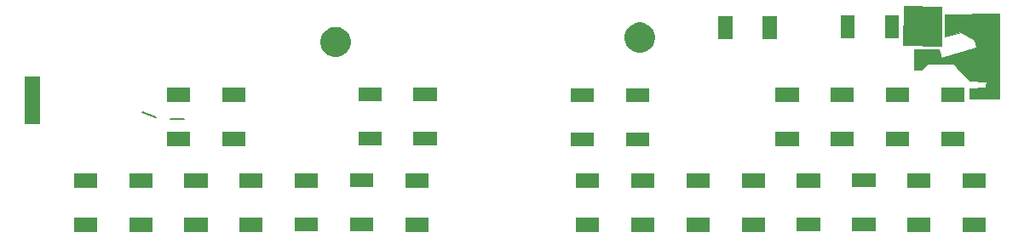
<source format=gts>
G04 #@! TF.GenerationSoftware,KiCad,Pcbnew,5.1.4-e60b266~84~ubuntu16.04.1*
G04 #@! TF.CreationDate,2019-10-21T03:29:48-05:00*
G04 #@! TF.ProjectId,Quantum MCP4262-502 25x expansion flex for GWAAM-Sea Aid with U7 expansion cutout,5175616e-7475-46d2-904d-435034323632,rev?*
G04 #@! TF.SameCoordinates,Original*
G04 #@! TF.FileFunction,Soldermask,Top*
G04 #@! TF.FilePolarity,Negative*
%FSLAX46Y46*%
G04 Gerber Fmt 4.6, Leading zero omitted, Abs format (unit mm)*
G04 Created by KiCad (PCBNEW 5.1.4-e60b266~84~ubuntu16.04.1) date 2019-10-21 03:29:48*
%MOMM*%
%LPD*%
G04 APERTURE LIST*
%ADD10C,0.100000*%
%ADD11C,0.210000*%
G04 APERTURE END LIST*
D10*
G36*
X162260280Y-98005900D02*
G01*
X162219640Y-101922580D01*
X158465520Y-101861620D01*
X158485840Y-97985580D01*
X162260280Y-98005900D01*
G37*
X162260280Y-98005900D02*
X162219640Y-101922580D01*
X158465520Y-101861620D01*
X158485840Y-97985580D01*
X162260280Y-98005900D01*
G36*
X168023540Y-107188000D02*
G01*
X164990780Y-107162600D01*
X164994273Y-106131995D01*
X166674642Y-106115168D01*
X166756239Y-105446513D01*
X165066980Y-105412540D01*
X164622480Y-104968040D01*
X163456620Y-103738680D01*
X160878520Y-103738680D01*
X160248600Y-104287320D01*
X159519620Y-104307640D01*
X159522160Y-102252780D01*
X162011360Y-102247700D01*
X162239960Y-103088440D01*
X165729920Y-102135940D01*
X165524180Y-101320600D01*
X164155120Y-100599240D01*
X162582860Y-100977700D01*
X162614584Y-98804854D01*
X168029242Y-98730497D01*
X168023540Y-107188000D01*
G37*
X168023540Y-107188000D02*
X164990780Y-107162600D01*
X164994273Y-106131995D01*
X166674642Y-106115168D01*
X166756239Y-105446513D01*
X165066980Y-105412540D01*
X164622480Y-104968040D01*
X163456620Y-103738680D01*
X160878520Y-103738680D01*
X160248600Y-104287320D01*
X159519620Y-104307640D01*
X159522160Y-102252780D01*
X162011360Y-102247700D01*
X162239960Y-103088440D01*
X165729920Y-102135940D01*
X165524180Y-101320600D01*
X164155120Y-100599240D01*
X162582860Y-100977700D01*
X162614584Y-98804854D01*
X168029242Y-98730497D01*
X168023540Y-107188000D01*
D11*
X82854800Y-108562140D02*
X84142580Y-109024420D01*
X85607717Y-109231315D02*
X87002177Y-109231315D01*
D10*
G36*
X128210960Y-120446120D02*
G01*
X125910960Y-120446120D01*
X125910960Y-119046120D01*
X128210960Y-119046120D01*
X128210960Y-120446120D01*
X128210960Y-120446120D01*
G37*
G36*
X78312660Y-120446120D02*
G01*
X76012660Y-120446120D01*
X76012660Y-119046120D01*
X78312660Y-119046120D01*
X78312660Y-120446120D01*
X78312660Y-120446120D01*
G37*
G36*
X133707520Y-120443580D02*
G01*
X131407520Y-120443580D01*
X131407520Y-119043580D01*
X133707520Y-119043580D01*
X133707520Y-120443580D01*
X133707520Y-120443580D01*
G37*
G36*
X83809220Y-120443580D02*
G01*
X81509220Y-120443580D01*
X81509220Y-119043580D01*
X83809220Y-119043580D01*
X83809220Y-120443580D01*
X83809220Y-120443580D01*
G37*
G36*
X89298160Y-120435960D02*
G01*
X86998160Y-120435960D01*
X86998160Y-119035960D01*
X89298160Y-119035960D01*
X89298160Y-120435960D01*
X89298160Y-120435960D01*
G37*
G36*
X139196460Y-120435960D02*
G01*
X136896460Y-120435960D01*
X136896460Y-119035960D01*
X139196460Y-119035960D01*
X139196460Y-120435960D01*
X139196460Y-120435960D01*
G37*
G36*
X94794720Y-120433420D02*
G01*
X92494720Y-120433420D01*
X92494720Y-119033420D01*
X94794720Y-119033420D01*
X94794720Y-120433420D01*
X94794720Y-120433420D01*
G37*
G36*
X144693020Y-120433420D02*
G01*
X142393020Y-120433420D01*
X142393020Y-119033420D01*
X144693020Y-119033420D01*
X144693020Y-120433420D01*
X144693020Y-120433420D01*
G37*
G36*
X161177620Y-120428340D02*
G01*
X158877620Y-120428340D01*
X158877620Y-119028340D01*
X161177620Y-119028340D01*
X161177620Y-120428340D01*
X161177620Y-120428340D01*
G37*
G36*
X111279320Y-120428340D02*
G01*
X108979320Y-120428340D01*
X108979320Y-119028340D01*
X111279320Y-119028340D01*
X111279320Y-120428340D01*
X111279320Y-120428340D01*
G37*
G36*
X166674180Y-120425800D02*
G01*
X164374180Y-120425800D01*
X164374180Y-119025800D01*
X166674180Y-119025800D01*
X166674180Y-120425800D01*
X166674180Y-120425800D01*
G37*
G36*
X100283660Y-120423260D02*
G01*
X97983660Y-120423260D01*
X97983660Y-119023260D01*
X100283660Y-119023260D01*
X100283660Y-120423260D01*
X100283660Y-120423260D01*
G37*
G36*
X150181960Y-120423260D02*
G01*
X147881960Y-120423260D01*
X147881960Y-119023260D01*
X150181960Y-119023260D01*
X150181960Y-120423260D01*
X150181960Y-120423260D01*
G37*
G36*
X105780220Y-120420720D02*
G01*
X103480220Y-120420720D01*
X103480220Y-119020720D01*
X105780220Y-119020720D01*
X105780220Y-120420720D01*
X105780220Y-120420720D01*
G37*
G36*
X155678520Y-120420720D02*
G01*
X153378520Y-120420720D01*
X153378520Y-119020720D01*
X155678520Y-119020720D01*
X155678520Y-120420720D01*
X155678520Y-120420720D01*
G37*
G36*
X78312660Y-116046120D02*
G01*
X76012660Y-116046120D01*
X76012660Y-114646120D01*
X78312660Y-114646120D01*
X78312660Y-116046120D01*
X78312660Y-116046120D01*
G37*
G36*
X128210960Y-116046120D02*
G01*
X125910960Y-116046120D01*
X125910960Y-114646120D01*
X128210960Y-114646120D01*
X128210960Y-116046120D01*
X128210960Y-116046120D01*
G37*
G36*
X83809220Y-116043580D02*
G01*
X81509220Y-116043580D01*
X81509220Y-114643580D01*
X83809220Y-114643580D01*
X83809220Y-116043580D01*
X83809220Y-116043580D01*
G37*
G36*
X133707520Y-116043580D02*
G01*
X131407520Y-116043580D01*
X131407520Y-114643580D01*
X133707520Y-114643580D01*
X133707520Y-116043580D01*
X133707520Y-116043580D01*
G37*
G36*
X139196460Y-116035960D02*
G01*
X136896460Y-116035960D01*
X136896460Y-114635960D01*
X139196460Y-114635960D01*
X139196460Y-116035960D01*
X139196460Y-116035960D01*
G37*
G36*
X89298160Y-116035960D02*
G01*
X86998160Y-116035960D01*
X86998160Y-114635960D01*
X89298160Y-114635960D01*
X89298160Y-116035960D01*
X89298160Y-116035960D01*
G37*
G36*
X144693020Y-116033420D02*
G01*
X142393020Y-116033420D01*
X142393020Y-114633420D01*
X144693020Y-114633420D01*
X144693020Y-116033420D01*
X144693020Y-116033420D01*
G37*
G36*
X94794720Y-116033420D02*
G01*
X92494720Y-116033420D01*
X92494720Y-114633420D01*
X94794720Y-114633420D01*
X94794720Y-116033420D01*
X94794720Y-116033420D01*
G37*
G36*
X161177620Y-116028340D02*
G01*
X158877620Y-116028340D01*
X158877620Y-114628340D01*
X161177620Y-114628340D01*
X161177620Y-116028340D01*
X161177620Y-116028340D01*
G37*
G36*
X111279320Y-116028340D02*
G01*
X108979320Y-116028340D01*
X108979320Y-114628340D01*
X111279320Y-114628340D01*
X111279320Y-116028340D01*
X111279320Y-116028340D01*
G37*
G36*
X166674180Y-116025800D02*
G01*
X164374180Y-116025800D01*
X164374180Y-114625800D01*
X166674180Y-114625800D01*
X166674180Y-116025800D01*
X166674180Y-116025800D01*
G37*
G36*
X100283660Y-116023260D02*
G01*
X97983660Y-116023260D01*
X97983660Y-114623260D01*
X100283660Y-114623260D01*
X100283660Y-116023260D01*
X100283660Y-116023260D01*
G37*
G36*
X150181960Y-116023260D02*
G01*
X147881960Y-116023260D01*
X147881960Y-114623260D01*
X150181960Y-114623260D01*
X150181960Y-116023260D01*
X150181960Y-116023260D01*
G37*
G36*
X155678520Y-116020720D02*
G01*
X153378520Y-116020720D01*
X153378520Y-114620720D01*
X155678520Y-114620720D01*
X155678520Y-116020720D01*
X155678520Y-116020720D01*
G37*
G36*
X105780220Y-116020720D02*
G01*
X103480220Y-116020720D01*
X103480220Y-114620720D01*
X105780220Y-114620720D01*
X105780220Y-116020720D01*
X105780220Y-116020720D01*
G37*
G36*
X127692800Y-111934580D02*
G01*
X125392800Y-111934580D01*
X125392800Y-110534580D01*
X127692800Y-110534580D01*
X127692800Y-111934580D01*
X127692800Y-111934580D01*
G37*
G36*
X133189360Y-111932040D02*
G01*
X130889360Y-111932040D01*
X130889360Y-110532040D01*
X133189360Y-110532040D01*
X133189360Y-111932040D01*
X133189360Y-111932040D01*
G37*
G36*
X87570960Y-111899020D02*
G01*
X85270960Y-111899020D01*
X85270960Y-110499020D01*
X87570960Y-110499020D01*
X87570960Y-111899020D01*
X87570960Y-111899020D01*
G37*
G36*
X93067520Y-111896480D02*
G01*
X90767520Y-111896480D01*
X90767520Y-110496480D01*
X93067520Y-110496480D01*
X93067520Y-111896480D01*
X93067520Y-111896480D01*
G37*
G36*
X148061060Y-111896480D02*
G01*
X145761060Y-111896480D01*
X145761060Y-110496480D01*
X148061060Y-110496480D01*
X148061060Y-111896480D01*
X148061060Y-111896480D01*
G37*
G36*
X153557620Y-111893940D02*
G01*
X151257620Y-111893940D01*
X151257620Y-110493940D01*
X153557620Y-110493940D01*
X153557620Y-111893940D01*
X153557620Y-111893940D01*
G37*
G36*
X159046560Y-111883780D02*
G01*
X156746560Y-111883780D01*
X156746560Y-110483780D01*
X159046560Y-110483780D01*
X159046560Y-111883780D01*
X159046560Y-111883780D01*
G37*
G36*
X164543120Y-111881240D02*
G01*
X162243120Y-111881240D01*
X162243120Y-110481240D01*
X164543120Y-110481240D01*
X164543120Y-111881240D01*
X164543120Y-111881240D01*
G37*
G36*
X106582860Y-111845680D02*
G01*
X104282860Y-111845680D01*
X104282860Y-110445680D01*
X106582860Y-110445680D01*
X106582860Y-111845680D01*
X106582860Y-111845680D01*
G37*
G36*
X112079420Y-111843140D02*
G01*
X109779420Y-111843140D01*
X109779420Y-110443140D01*
X112079420Y-110443140D01*
X112079420Y-111843140D01*
X112079420Y-111843140D01*
G37*
G36*
X72654860Y-109756720D02*
G01*
X71154860Y-109756720D01*
X71154860Y-104956720D01*
X72654860Y-104956720D01*
X72654860Y-109756720D01*
X72654860Y-109756720D01*
G37*
G36*
X127692800Y-107534580D02*
G01*
X125392800Y-107534580D01*
X125392800Y-106134580D01*
X127692800Y-106134580D01*
X127692800Y-107534580D01*
X127692800Y-107534580D01*
G37*
G36*
X133189360Y-107532040D02*
G01*
X130889360Y-107532040D01*
X130889360Y-106132040D01*
X133189360Y-106132040D01*
X133189360Y-107532040D01*
X133189360Y-107532040D01*
G37*
G36*
X87570960Y-107499020D02*
G01*
X85270960Y-107499020D01*
X85270960Y-106099020D01*
X87570960Y-106099020D01*
X87570960Y-107499020D01*
X87570960Y-107499020D01*
G37*
G36*
X93067520Y-107496480D02*
G01*
X90767520Y-107496480D01*
X90767520Y-106096480D01*
X93067520Y-106096480D01*
X93067520Y-107496480D01*
X93067520Y-107496480D01*
G37*
G36*
X148061060Y-107496480D02*
G01*
X145761060Y-107496480D01*
X145761060Y-106096480D01*
X148061060Y-106096480D01*
X148061060Y-107496480D01*
X148061060Y-107496480D01*
G37*
G36*
X153557620Y-107493940D02*
G01*
X151257620Y-107493940D01*
X151257620Y-106093940D01*
X153557620Y-106093940D01*
X153557620Y-107493940D01*
X153557620Y-107493940D01*
G37*
G36*
X159046560Y-107483780D02*
G01*
X156746560Y-107483780D01*
X156746560Y-106083780D01*
X159046560Y-106083780D01*
X159046560Y-107483780D01*
X159046560Y-107483780D01*
G37*
G36*
X164543120Y-107481240D02*
G01*
X162243120Y-107481240D01*
X162243120Y-106081240D01*
X164543120Y-106081240D01*
X164543120Y-107481240D01*
X164543120Y-107481240D01*
G37*
G36*
X106582860Y-107445680D02*
G01*
X104282860Y-107445680D01*
X104282860Y-106045680D01*
X106582860Y-106045680D01*
X106582860Y-107445680D01*
X106582860Y-107445680D01*
G37*
G36*
X112079420Y-107443140D02*
G01*
X109779420Y-107443140D01*
X109779420Y-106043140D01*
X112079420Y-106043140D01*
X112079420Y-107443140D01*
X112079420Y-107443140D01*
G37*
G36*
X166378274Y-102479203D02*
G01*
X166651255Y-102592276D01*
X166651257Y-102592277D01*
X166658445Y-102597080D01*
X166896933Y-102756433D01*
X167105867Y-102965367D01*
X167270024Y-103211045D01*
X167383097Y-103484026D01*
X167440740Y-103773822D01*
X167440740Y-104069298D01*
X167383097Y-104359094D01*
X167270024Y-104632075D01*
X167270023Y-104632077D01*
X167105866Y-104877754D01*
X166896934Y-105086686D01*
X166651257Y-105250843D01*
X166651256Y-105250844D01*
X166651255Y-105250844D01*
X166378274Y-105363917D01*
X166088478Y-105421560D01*
X165793002Y-105421560D01*
X165503206Y-105363917D01*
X165230225Y-105250844D01*
X165230224Y-105250844D01*
X165230223Y-105250843D01*
X164984546Y-105086686D01*
X164775614Y-104877754D01*
X164611457Y-104632077D01*
X164611456Y-104632075D01*
X164498383Y-104359094D01*
X164440740Y-104069298D01*
X164440740Y-103773822D01*
X164498383Y-103484026D01*
X164611456Y-103211045D01*
X164775613Y-102965367D01*
X164984547Y-102756433D01*
X165223035Y-102597080D01*
X165230223Y-102592277D01*
X165230225Y-102592276D01*
X165503206Y-102479203D01*
X165793002Y-102421560D01*
X166088478Y-102421560D01*
X166378274Y-102479203D01*
X166378274Y-102479203D01*
G37*
G36*
X102459174Y-100089063D02*
G01*
X102732155Y-100202136D01*
X102732157Y-100202137D01*
X102852638Y-100282640D01*
X102977833Y-100366293D01*
X103186767Y-100575227D01*
X103350924Y-100820905D01*
X103463997Y-101093886D01*
X103521640Y-101383682D01*
X103521640Y-101679158D01*
X103463997Y-101968954D01*
X103429070Y-102053274D01*
X103350923Y-102241937D01*
X103337379Y-102262207D01*
X103192386Y-102479204D01*
X103186766Y-102487614D01*
X102977834Y-102696546D01*
X102732157Y-102860703D01*
X102732156Y-102860704D01*
X102732155Y-102860704D01*
X102459174Y-102973777D01*
X102169378Y-103031420D01*
X101873902Y-103031420D01*
X101584106Y-102973777D01*
X101311125Y-102860704D01*
X101311124Y-102860704D01*
X101311123Y-102860703D01*
X101065446Y-102696546D01*
X100856514Y-102487614D01*
X100850895Y-102479204D01*
X100705901Y-102262207D01*
X100692357Y-102241937D01*
X100614210Y-102053274D01*
X100579283Y-101968954D01*
X100521640Y-101679158D01*
X100521640Y-101383682D01*
X100579283Y-101093886D01*
X100692356Y-100820905D01*
X100856513Y-100575227D01*
X101065447Y-100366293D01*
X101190642Y-100282640D01*
X101311123Y-100202137D01*
X101311125Y-100202136D01*
X101584106Y-100089063D01*
X101873902Y-100031420D01*
X102169378Y-100031420D01*
X102459174Y-100089063D01*
X102459174Y-100089063D01*
G37*
G36*
X132702954Y-99654723D02*
G01*
X132975935Y-99767796D01*
X132975937Y-99767797D01*
X133221614Y-99931954D01*
X133430546Y-100140886D01*
X133581160Y-100366294D01*
X133594704Y-100386565D01*
X133707777Y-100659546D01*
X133765420Y-100949342D01*
X133765420Y-101244818D01*
X133707777Y-101534614D01*
X133594704Y-101807595D01*
X133594703Y-101807597D01*
X133430546Y-102053274D01*
X133221614Y-102262206D01*
X132975937Y-102426363D01*
X132975936Y-102426364D01*
X132975935Y-102426364D01*
X132702954Y-102539437D01*
X132413158Y-102597080D01*
X132117682Y-102597080D01*
X131827886Y-102539437D01*
X131554905Y-102426364D01*
X131554904Y-102426364D01*
X131554903Y-102426363D01*
X131309226Y-102262206D01*
X131100294Y-102053274D01*
X130936137Y-101807597D01*
X130936136Y-101807595D01*
X130823063Y-101534614D01*
X130765420Y-101244818D01*
X130765420Y-100949342D01*
X130823063Y-100659546D01*
X130936136Y-100386565D01*
X130949681Y-100366294D01*
X131100294Y-100140886D01*
X131309226Y-99931954D01*
X131554903Y-99767797D01*
X131554905Y-99767796D01*
X131827886Y-99654723D01*
X132117682Y-99597080D01*
X132413158Y-99597080D01*
X132702954Y-99654723D01*
X132702954Y-99654723D01*
G37*
G36*
X141458460Y-101282640D02*
G01*
X140058460Y-101282640D01*
X140058460Y-98982640D01*
X141458460Y-98982640D01*
X141458460Y-101282640D01*
X141458460Y-101282640D01*
G37*
G36*
X145858460Y-101282640D02*
G01*
X144458460Y-101282640D01*
X144458460Y-98982640D01*
X145858460Y-98982640D01*
X145858460Y-101282640D01*
X145858460Y-101282640D01*
G37*
G36*
X158015260Y-101192980D02*
G01*
X156615260Y-101192980D01*
X156615260Y-98892980D01*
X158015260Y-98892980D01*
X158015260Y-101192980D01*
X158015260Y-101192980D01*
G37*
G36*
X153615260Y-101192980D02*
G01*
X152215260Y-101192980D01*
X152215260Y-98892980D01*
X153615260Y-98892980D01*
X153615260Y-101192980D01*
X153615260Y-101192980D01*
G37*
M02*

</source>
